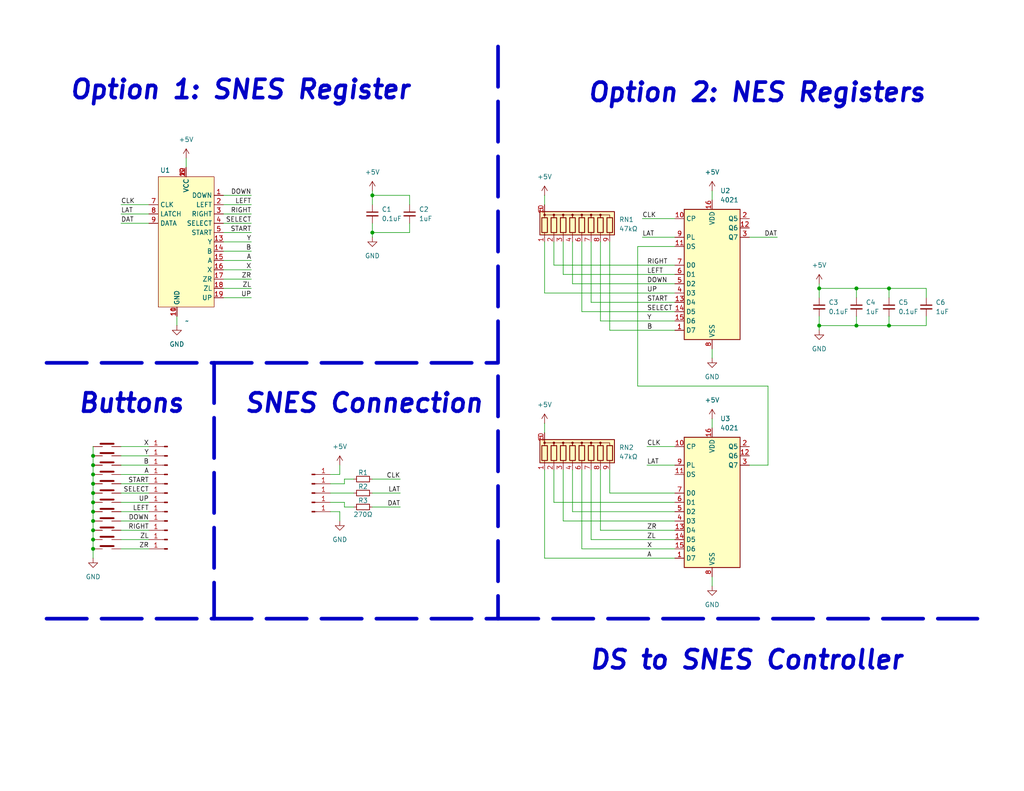
<source format=kicad_sch>
(kicad_sch (version 20231120) (generator "eeschema") (generator_version "8.0")
  (paper "USLetter")
  (title_block (title "DS to SNES Controller") (date "2024-08-15") (rev "v1.0"))
  (lib_symbols
    (symbol "4xxx:4021"
      (property "Reference" "U" (at -5.08 19.05 0))
      (property "Value" "4021" (at 3.81 19.05 0))
      (symbol "4021_0_1"
        (rectangle (start -7.62 17.78) (end 7.62 -17.78) (stroke (width 0.254)) (fill (type background)))
      )
      (symbol "4021_1_1"
        (pin input line (at -10.16 -15.24 0) (length 2.54) (name "D7") (number "1"))
        (pin input line (at -10.16 15.24 0) (length 2.54) (name "CP") (number "10"))
        (pin input line (at -10.16 7.62 0) (length 2.54) (name "DS") (number "11"))
        (pin output line (at 10.16 12.7 180) (length 2.54) (name "Q6") (number "12"))
        (pin input line (at -10.16 -7.62 0) (length 2.54) (name "D4") (number "13"))
        (pin input line (at -10.16 -10.16 0) (length 2.54) (name "D5") (number "14"))
        (pin input line (at -10.16 -12.7 0) (length 2.54) (name "D6") (number "15"))
        (pin power_in line (at 0 20.32 270) (length 2.54) (name "VDD") (number "16"))
        (pin output line (at 10.16 15.24 180) (length 2.54) (name "Q5") (number "2"))
        (pin output line (at 10.16 10.16 180) (length 2.54) (name "Q7") (number "3"))
        (pin input line (at -10.16 -5.08 0) (length 2.54) (name "D3") (number "4"))
        (pin input line (at -10.16 -2.54 0) (length 2.54) (name "D2") (number "5"))
        (pin input line (at -10.16 0 0) (length 2.54) (name "D1") (number "6"))
        (pin input line (at -10.16 2.54 0) (length 2.54) (name "D0") (number "7"))
        (pin power_in line (at 0 -20.32 90) (length 2.54) (name "VSS") (number "8"))
        (pin input line (at -10.16 10.16 0) (length 2.54) (name "PL") (number "9"))
      )
    )
    (symbol "C-NTR-CPU-10-eagle-import:BUTTON"
      (symbol "BUTTON_1_0"
        (polyline (pts (xy -1.778 0.762) (xy 1.778 0.762)) (stroke (width 0.508)))
        (pin bidirectional line (at -3.81 0 0) (length 2.54) (name "P$1") (number "1"))
        (pin bidirectional line (at 3.81 0 180) (length 2.54) (name "P$2") (number "2"))
        (pin bidirectional line (at 3.81 0 180) (length 2.54) (name "P$2") (number "3"))
        (pin bidirectional line (at -3.81 0 0) (length 2.54) (name "P$1") (number "4"))
      )
    )
    (symbol "C-NTR-CPU-10-eagle-import:BUTTON_LR"
      (symbol "BUTTON_LR_1_0"
        (polyline (pts (xy -1.778 0.762) (xy 1.778 0.762)) (stroke (width 0.508)))
        (pin bidirectional line (at -3.81 0 0) (length 2.54) (name "P$1") (number "1"))
        (pin bidirectional line (at 3.81 0 180) (length 2.54) (name "P$2") (number "2"))
      )
    )
    (symbol "C-NTR-CPU-10-eagle-import:BUTTON_SMALL"
      (symbol "BUTTON_SMALL_1_0"
        (polyline (pts (xy -1.778 0.762) (xy 1.778 0.762)) (stroke (width 0.508)))
        (pin bidirectional line (at -3.81 0 0) (length 2.54) (name "P$1") (number "1"))
        (pin bidirectional line (at 3.81 0 180) (length 2.54) (name "P$2") (number "2"))
        (pin bidirectional line (at 3.81 0 180) (length 2.54) (name "P$2") (number "3"))
        (pin bidirectional line (at -3.81 0 0) (length 2.54) (name "P$1") (number "4"))
      )
    )
    (symbol "Connector:Conn_01x01_Pin" (pin_names (offset 1.016) hide)
      (property "Reference" "J" (at 0 2.54 0))
      (property "Value" "Conn_01x01_Pin" (at 0 -2.54 0))
      (symbol "Conn_01x01_Pin_1_1"
        (polyline (pts (xy 1.27 0) (xy 0.8636 0)) (stroke (width 0.1524)))
        (rectangle (start 0.8636 0.127) (end 0 -0.127) (stroke (width 0.1524)) (fill (type outline)))
        (pin passive line (at 5.08 0 180) (length 3.81) (name "Pin_1") (number "1"))
      )
    )
    (symbol "Device:C_Small" (pin_numbers hide) (pin_names (offset 0.254) hide)
      (property "Reference" "C" (at 0.254 1.778 0))
      (property "Value" "C_Small" (at 0.254 -2.032 0))
      (symbol "C_Small_0_1"
        (polyline (pts (xy -1.524 -0.508) (xy 1.524 -0.508)) (stroke (width 0.3302)))
        (polyline (pts (xy -1.524 0.508) (xy 1.524 0.508)) (stroke (width 0.3048)))
      )
      (symbol "C_Small_1_1"
        (pin passive line (at 0 2.54 270) (length 2.032) (name "~") (number "1"))
        (pin passive line (at 0 -2.54 90) (length 2.032) (name "~") (number "2"))
      )
    )
    (symbol "Device:R_Small" (pin_numbers hide) (pin_names (offset 0.254) hide)
      (property "Reference" "R" (at 0.762 0.508 0))
      (property "Value" "R_Small" (at 0.762 -1.016 0))
      (symbol "R_Small_0_1"
        (rectangle (start -0.762 1.778) (end 0.762 -1.778) (stroke (width 0.2032)))
      )
      (symbol "R_Small_1_1"
        (pin passive line (at 0 2.54 270) (length 0.762) (name "~") (number "1"))
        (pin passive line (at 0 -2.54 90) (length 0.762) (name "~") (number "2"))
      )
    )
    (symbol "Laplacier-Shift-Registers:V520B-SNES"
      (property "Reference" "U" (at -6.858 15.24 0))
      (symbol "V520B-SNES_0_1"
        (rectangle (start -7.62 13.97) (end 7.62 -21.59) (fill (type background)))
      )
      (symbol "V520B-SNES_1_1"
        (pin output line (at 10.16 8.89 180) (length 2.54) (name "DOWN") (number "1"))
        (pin power_in line (at -2.54 -24.13 90) (length 2.54) (name "GND") (number "10"))
        (pin power_in line (at -2.54 -24.13 90) (length 2.54) (name "GND") (number "11"))
        (pin power_in line (at 0 16.51 270) (length 2.54) (name "VCC") (number "12"))
        (pin output line (at 10.16 -3.81 180) (length 2.54) (name "Y") (number "13"))
        (pin output line (at 10.16 -6.35 180) (length 2.54) (name "B") (number "14"))
        (pin output line (at 10.16 -8.89 180) (length 2.54) (name "A") (number "15"))
        (pin output line (at 10.16 -11.43 180) (length 2.54) (name "X") (number "16"))
        (pin output line (at 10.16 -13.97 180) (length 2.54) (name "ZR") (number "17"))
        (pin output line (at 10.16 -16.51 180) (length 2.54) (name "ZL") (number "18"))
        (pin output line (at 10.16 -19.05 180) (length 2.54) (name "UP") (number "19"))
        (pin output line (at 10.16 6.35 180) (length 2.54) (name "LEFT") (number "2"))
        (pin power_in line (at 0 16.51 270) (length 2.54) (name "VCC") (number "20"))
        (pin output line (at 10.16 3.81 180) (length 2.54) (name "RIGHT") (number "3"))
        (pin output line (at 10.16 1.27 180) (length 2.54) (name "SELECT") (number "4"))
        (pin output line (at 10.16 -1.27 180) (length 2.54) (name "START") (number "5"))
        (pin power_in line (at 0 16.51 270) (length 2.54) (name "VCC") (number "6"))
        (pin input line (at -10.16 6.35 0) (length 2.54) (name "CLK") (number "7"))
        (pin input line (at -10.16 3.81 0) (length 2.54) (name "LATCH") (number "8"))
        (pin input line (at -10.16 1.27 0) (length 2.54) (name "DATA") (number "9"))
      )
    )
    (symbol "R_Network08_1" (pin_names (offset 0) hide)
      (property "Reference" "RN1" (at 10.16 1.0161 0))
      (property "Value" "47kΩ" (at 10.16 -1.5239 0))
      (symbol "R_Network08_1_0_1"
        (rectangle (start -11.43 -3.175) (end 8.89 3.175) (stroke (width 0.254)) (fill (type background)))
        (rectangle (start -10.922 1.524) (end -9.398 -2.54) (stroke (width 0.254)))
        (circle (center -10.16 2.286) (radius 0.254) (fill (type outline)))
        (rectangle (start -8.382 1.524) (end -6.858 -2.54) (stroke (width 0.254)))
        (circle (center -7.62 2.286) (radius 0.254) (fill (type outline)))
        (rectangle (start -5.842 1.524) (end -4.318 -2.54) (stroke (width 0.254)))
        (circle (center -5.08 2.286) (radius 0.254) (fill (type outline)))
        (rectangle (start -3.302 1.524) (end -1.778 -2.54) (stroke (width 0.254)))
        (circle (center -2.54 2.286) (radius 0.254) (fill (type outline)))
        (rectangle (start -0.762 1.524) (end 0.762 -2.54) (stroke (width 0.254)))
        (polyline (pts (xy -10.16 -2.54) (xy -10.16 -3.81)))
        (polyline (pts (xy -7.62 -2.54) (xy -7.62 -3.81)))
        (polyline (pts (xy -5.08 -2.54) (xy -5.08 -3.81)))
        (polyline (pts (xy -2.54 -2.54) (xy -2.54 -3.81)))
        (polyline (pts (xy 0 -2.54) (xy 0 -3.81)))
        (polyline (pts (xy 2.54 -2.54) (xy 2.54 -3.81)))
        (polyline (pts (xy 5.08 -2.54) (xy 5.08 -3.81)))
        (polyline (pts (xy 7.62 -2.54) (xy 7.62 -3.81)))
        (polyline (pts (xy -10.16 1.524) (xy -10.16 2.286) (xy -7.62 2.286) (xy -7.62 1.524)))
        (polyline (pts (xy -7.62 1.524) (xy -7.62 2.286) (xy -5.08 2.286) (xy -5.08 1.524)))
        (polyline (pts (xy -5.08 1.524) (xy -5.08 2.286) (xy -2.54 2.286) (xy -2.54 1.524)))
        (polyline (pts (xy -2.54 1.524) (xy -2.54 2.286) (xy 0 2.286) (xy 0 1.524)))
        (polyline (pts (xy 0 1.524) (xy 0 2.286) (xy 2.54 2.286) (xy 2.54 1.524)))
        (polyline (pts (xy 2.54 1.524) (xy 2.54 2.286) (xy 5.08 2.286) (xy 5.08 1.524)))
        (polyline (pts (xy 5.08 1.524) (xy 5.08 2.286) (xy 7.62 2.286) (xy 7.62 1.524)))
        (circle (center 0 2.286) (radius 0.254) (fill (type outline)))
        (rectangle (start 1.778 1.524) (end 3.302 -2.54) (stroke (width 0.254)))
        (circle (center 2.54 2.286) (radius 0.254) (fill (type outline)))
        (rectangle (start 4.318 1.524) (end 5.842 -2.54) (stroke (width 0.254)))
        (circle (center 5.08 2.286) (radius 0.254) (fill (type outline)))
        (rectangle (start 6.858 1.524) (end 8.382 -2.54) (stroke (width 0.254)))
      )
      (symbol "R_Network08_1_1_1"
        (pin passive line (at -10.16 -5.08 90) (length 1.27) (name "R1") (number "1"))
        (pin passive line (at -10.16 5.08 270) (length 2.54) (name "common") (number "10"))
        (pin passive line (at -7.62 -5.08 90) (length 1.27) (name "R2") (number "2"))
        (pin passive line (at -5.08 -5.08 90) (length 1.27) (name "R3") (number "3"))
        (pin passive line (at -2.54 -5.08 90) (length 1.27) (name "R4") (number "4"))
        (pin passive line (at -10.16 5.08 270) (length 2.54) (name "common") (number "5"))
        (pin passive line (at 0 -5.08 90) (length 1.27) (name "R5") (number "6"))
        (pin passive line (at 2.54 -5.08 90) (length 1.27) (name "R6") (number "7"))
        (pin passive line (at 5.08 -5.08 90) (length 1.27) (name "R7") (number "8"))
        (pin passive line (at 7.62 -5.08 90) (length 1.27) (name "R8") (number "9"))
      )
    )
    (symbol "power:+5V" (power) (pin_numbers hide) (pin_names (offset 0) hide)
      (property "Value" "+5V" (at 0 3.556 0))
      (symbol "+5V_0_1"
        (polyline (pts (xy -0.762 1.27) (xy 0 2.54)))
        (polyline (pts (xy 0 0) (xy 0 2.54)))
        (polyline (pts (xy 0 2.54) (xy 0.762 1.27)))
      )
      (symbol "+5V_1_1"
        (pin power_in line (at 0 0 90) (length 0) (name "~") (number "1"))
      )
    )
    (symbol "power:GND" (power) (pin_numbers hide) (pin_names (offset 0) hide)
      (property "Value" "GND" (at 0 -3.81 0))
      (symbol "GND_0_1"
        (polyline (pts (xy 0 0) (xy 0 -1.27) (xy 1.27 -1.27) (xy 0 -2.54) (xy -1.27 -1.27) (xy 0 -1.27)))
      )
      (symbol "GND_1_1"
        (pin power_in line (at 0 0 270) (length 0) (name "~") (number "1"))
      )
    )
  )
  (junction (at 101.6 63.5))
  (junction (at 25.4 129.54))
  (junction (at 25.4 134.62))
  (junction (at 223.52 78.74))
  (junction (at 25.4 149.86))
  (junction (at 233.68 78.74))
  (junction (at 242.57 78.74))
  (junction (at 25.4 144.78))
  (junction (at 242.57 88.9))
  (junction (at 25.4 142.24))
  (junction (at 25.4 132.08))
  (junction (at 101.6 53.34))
  (junction (at 25.4 124.46))
  (junction (at 25.4 127))
  (junction (at 25.4 137.16))
  (junction (at 25.4 139.7))
  (junction (at 25.4 147.32))
  (junction (at 223.52 88.9))
  (junction (at 233.68 88.9))
  (wire (pts (xy 194.31 157.48) (xy 194.31 160.02)))
  (wire (pts (xy 25.4 132.08) (xy 25.4 129.54)) (stroke (width 0.1524)))
  (wire (pts (xy 60.96 76.2) (xy 68.58 76.2)))
  (wire (pts (xy 233.68 88.9) (xy 242.57 88.9)))
  (polyline (pts (xy 135.89 12.7) (xy 135.89 168.91)) (stroke (width 1) (type dash)))
  (wire (pts (xy 25.4 142.24) (xy 25.4 139.7)) (stroke (width 0.1524)))
  (wire (pts (xy 161.29 66.04) (xy 161.29 82.55)))
  (wire (pts (xy 151.13 128.27) (xy 151.13 137.16)))
  (wire (pts (xy 204.47 127) (xy 209.55 127)))
  (wire (pts (xy 60.96 73.66) (xy 68.58 73.66)))
  (wire (pts (xy 93.98 132.08) (xy 90.17 132.08)))
  (wire (pts (xy 101.6 63.5) (xy 101.6 64.77)))
  (wire (pts (xy 176.53 127) (xy 184.15 127)))
  (wire (pts (xy 184.15 149.86) (xy 158.75 149.86)))
  (wire (pts (xy 223.52 77.47) (xy 223.52 78.74)))
  (wire (pts (xy 242.57 86.36) (xy 242.57 88.9)))
  (wire (pts (xy 163.83 87.63) (xy 184.15 87.63)))
  (wire (pts (xy 153.67 74.93) (xy 184.15 74.93)))
  (wire (pts (xy 148.59 152.4) (xy 184.15 152.4)))
  (wire (pts (xy 111.76 55.88) (xy 111.76 53.34)))
  (wire (pts (xy 25.4 149.86) (xy 25.4 147.32)) (stroke (width 0.1524)))
  (wire (pts (xy 60.96 81.28) (xy 68.58 81.28)))
  (wire (pts (xy 33.02 129.54) (xy 40.64 129.54)))
  (wire (pts (xy 60.96 58.42) (xy 68.58 58.42)))
  (wire (pts (xy 173.99 105.41) (xy 173.99 67.31)))
  (polyline (pts (xy 12.7 99.06) (xy 135.89 99.06)) (stroke (width 1) (type dash)))
  (wire (pts (xy 60.96 71.12) (xy 68.58 71.12)))
  (wire (pts (xy 184.15 144.78) (xy 163.83 144.78)))
  (wire (pts (xy 166.37 128.27) (xy 166.37 134.62)))
  (wire (pts (xy 96.52 130.81) (xy 93.98 130.81)))
  (wire (pts (xy 90.17 134.62) (xy 96.52 134.62)))
  (wire (pts (xy 252.73 86.36) (xy 252.73 88.9)))
  (wire (pts (xy 166.37 90.17) (xy 184.15 90.17)))
  (wire (pts (xy 194.31 52.07) (xy 194.31 54.61)))
  (wire (pts (xy 101.6 134.62) (xy 109.22 134.62)))
  (wire (pts (xy 101.6 130.81) (xy 109.22 130.81)))
  (wire (pts (xy 60.96 55.88) (xy 68.58 55.88)))
  (wire (pts (xy 163.83 66.04) (xy 163.83 87.63)))
  (wire (pts (xy 33.02 55.88) (xy 40.64 55.88)))
  (wire (pts (xy 33.02 132.08) (xy 40.64 132.08)))
  (wire (pts (xy 156.21 128.27) (xy 156.21 139.7)))
  (wire (pts (xy 184.15 147.32) (xy 161.29 147.32)))
  (wire (pts (xy 25.4 134.62) (xy 25.4 132.08)) (stroke (width 0.1524)))
  (wire (pts (xy 25.4 149.86) (xy 25.4 152.4)))
  (wire (pts (xy 184.15 80.01) (xy 148.59 80.01)))
  (wire (pts (xy 175.26 59.69) (xy 184.15 59.69)))
  (wire (pts (xy 148.59 53.34) (xy 148.59 55.88)))
  (wire (pts (xy 194.31 114.3) (xy 194.31 116.84)))
  (wire (pts (xy 33.02 60.96) (xy 40.64 60.96)))
  (wire (pts (xy 60.96 68.58) (xy 68.58 68.58)))
  (wire (pts (xy 158.75 85.09) (xy 184.15 85.09)))
  (wire (pts (xy 25.4 147.32) (xy 25.4 144.78)) (stroke (width 0.1524)))
  (wire (pts (xy 93.98 130.81) (xy 93.98 132.08)))
  (wire (pts (xy 90.17 139.7) (xy 92.71 139.7)))
  (wire (pts (xy 173.99 67.31) (xy 184.15 67.31)))
  (wire (pts (xy 223.52 78.74) (xy 223.52 81.28)))
  (wire (pts (xy 25.4 139.7) (xy 25.4 137.16)) (stroke (width 0.1524)))
  (wire (pts (xy 153.67 66.04) (xy 153.67 74.93)))
  (wire (pts (xy 50.8 43.18) (xy 50.8 45.72)))
  (wire (pts (xy 92.71 139.7) (xy 92.71 142.24)))
  (wire (pts (xy 151.13 137.16) (xy 184.15 137.16)))
  (wire (pts (xy 176.53 121.92) (xy 184.15 121.92)))
  (wire (pts (xy 184.15 142.24) (xy 153.67 142.24)))
  (wire (pts (xy 101.6 60.96) (xy 101.6 63.5)))
  (polyline (pts (xy 12.7 168.91) (xy 135.89 168.91)) (stroke (width 1) (type dash)))
  (wire (pts (xy 101.6 53.34) (xy 101.6 55.88)))
  (wire (pts (xy 252.73 88.9) (xy 242.57 88.9)))
  (wire (pts (xy 111.76 60.96) (xy 111.76 63.5)))
  (wire (pts (xy 33.02 149.86) (xy 40.64 149.86)))
  (wire (pts (xy 194.31 95.25) (xy 194.31 97.79)))
  (wire (pts (xy 33.02 137.16) (xy 40.64 137.16)))
  (wire (pts (xy 252.73 81.28) (xy 252.73 78.74)))
  (wire (pts (xy 25.4 124.46) (xy 25.4 121.92)) (stroke (width 0.1524)))
  (wire (pts (xy 101.6 52.07) (xy 101.6 53.34)))
  (wire (pts (xy 25.4 127) (xy 25.4 124.46)) (stroke (width 0.1524)))
  (wire (pts (xy 158.75 85.09) (xy 158.75 66.04)))
  (wire (pts (xy 25.4 129.54) (xy 25.4 127)) (stroke (width 0.1524)))
  (wire (pts (xy 233.68 78.74) (xy 223.52 78.74)))
  (wire (pts (xy 161.29 82.55) (xy 184.15 82.55)))
  (wire (pts (xy 223.52 88.9) (xy 223.52 90.17)))
  (wire (pts (xy 92.71 127) (xy 92.71 129.54)))
  (wire (pts (xy 93.98 138.43) (xy 93.98 137.16)))
  (wire (pts (xy 166.37 134.62) (xy 184.15 134.62)))
  (wire (pts (xy 233.68 88.9) (xy 223.52 88.9)))
  (wire (pts (xy 33.02 147.32) (xy 40.64 147.32)))
  (polyline (pts (xy 58.42 99.06) (xy 58.42 168.91)) (stroke (width 1) (type dash)))
  (wire (pts (xy 156.21 66.04) (xy 156.21 77.47)))
  (wire (pts (xy 163.83 128.27) (xy 163.83 144.78)))
  (wire (pts (xy 156.21 139.7) (xy 184.15 139.7)))
  (wire (pts (xy 96.52 138.43) (xy 93.98 138.43)))
  (wire (pts (xy 33.02 134.62) (xy 40.64 134.62)))
  (wire (pts (xy 175.26 64.77) (xy 184.15 64.77)))
  (wire (pts (xy 33.02 127) (xy 40.64 127)))
  (wire (pts (xy 92.71 129.54) (xy 90.17 129.54)))
  (wire (pts (xy 204.47 64.77) (xy 212.09 64.77)))
  (wire (pts (xy 60.96 53.34) (xy 68.58 53.34)))
  (wire (pts (xy 25.4 137.16) (xy 25.4 134.62)) (stroke (width 0.1524)))
  (wire (pts (xy 233.68 78.74) (xy 242.57 78.74)))
  (wire (pts (xy 111.76 63.5) (xy 101.6 63.5)))
  (wire (pts (xy 33.02 58.42) (xy 40.64 58.42)))
  (polyline (pts (xy 135.89 168.91) (xy 266.7 168.91)) (stroke (width 1) (type dash)))
  (wire (pts (xy 242.57 78.74) (xy 242.57 81.28)))
  (wire (pts (xy 93.98 137.16) (xy 90.17 137.16)))
  (wire (pts (xy 60.96 60.96) (xy 68.58 60.96)))
  (wire (pts (xy 233.68 86.36) (xy 233.68 88.9)))
  (wire (pts (xy 25.4 144.78) (xy 25.4 142.24)) (stroke (width 0.1524)))
  (wire (pts (xy 252.73 78.74) (xy 242.57 78.74)))
  (wire (pts (xy 101.6 138.43) (xy 109.22 138.43)))
  (wire (pts (xy 148.59 128.27) (xy 148.59 152.4)))
  (wire (pts (xy 148.59 115.57) (xy 148.59 118.11)))
  (wire (pts (xy 153.67 128.27) (xy 153.67 142.24)))
  (wire (pts (xy 223.52 86.36) (xy 223.52 88.9)))
  (wire (pts (xy 158.75 128.27) (xy 158.75 149.86)))
  (wire (pts (xy 48.26 86.36) (xy 48.26 88.9)))
  (wire (pts (xy 33.02 142.24) (xy 40.64 142.24)))
  (wire (pts (xy 161.29 128.27) (xy 161.29 147.32)))
  (wire (pts (xy 111.76 53.34) (xy 101.6 53.34)))
  (wire (pts (xy 233.68 81.28) (xy 233.68 78.74)))
  (wire (pts (xy 33.02 124.46) (xy 40.64 124.46)))
  (wire (pts (xy 156.21 77.47) (xy 184.15 77.47)))
  (wire (pts (xy 60.96 63.5) (xy 68.58 63.5)))
  (wire (pts (xy 166.37 66.04) (xy 166.37 90.17)))
  (wire (pts (xy 33.02 121.92) (xy 40.64 121.92)))
  (wire (pts (xy 151.13 72.39) (xy 184.15 72.39)))
  (wire (pts (xy 33.02 144.78) (xy 40.64 144.78)))
  (wire (pts (xy 148.59 80.01) (xy 148.59 66.04)))
  (wire (pts (xy 60.96 78.74) (xy 68.58 78.74)))
  (wire (pts (xy 151.13 72.39) (xy 151.13 66.04)))
  (wire (pts (xy 60.96 66.04) (xy 68.58 66.04)))
  (wire (pts (xy 209.55 105.41) (xy 173.99 105.41)))
  (wire (pts (xy 33.02 139.7) (xy 40.64 139.7)))
  (wire (pts (xy 209.55 127) (xy 209.55 105.41)))
  (text "Option 1: SNES Register" (at 65.532 24.638 0) (effects (font (size 5 5) (thickness 1) (bold yes) (italic yes))))
  (text "Option 2: NES Registers" (at 206.502 25.4 0) (effects (font (size 5 5) (thickness 1) (bold yes) (italic yes))))
  (text "Buttons" (at 35.814 110.236 0) (effects (font (size 5 5) (thickness 1) (bold yes) (italic yes))))
  (text "DS to SNES Controller" (at 160.528 180.34 0) (effects (font (size 5 5) (thickness 1) (bold yes) (italic yes)) (justify left)))
  (text "SNES Connection" (at 99.314 110.236 0) (effects (font (size 5 5) (thickness 1) (bold yes) (italic yes))))
  (label "DOWN" (at 68.58 53.34 180))
  (label "Y" (at 40.64 124.46 180))
  (label "START" (at 176.53 82.55 0))
  (label "DOWN" (at 40.64 142.24 180))
  (label "B" (at 68.58 68.58 180))
  (label "X" (at 176.53 149.86 0))
  (label "B" (at 40.64 127 180))
  (label "UP" (at 40.64 137.16 180))
  (label "DOWN" (at 176.53 77.47 0))
  (label "LAT" (at 109.22 134.62 180))
  (label "RIGHT" (at 40.64 144.78 180))
  (label "DAT" (at 33.02 60.96 0))
  (label "Y" (at 68.58 66.04 180))
  (label "UP" (at 176.53 80.01 0))
  (label "ZR" (at 40.64 149.86 180))
  (label "UP" (at 68.58 81.28 180))
  (label "LAT" (at 33.02 58.42 0))
  (label "LAT" (at 175.26 64.77 0))
  (label "ZL" (at 68.58 78.74 180))
  (label "LAT" (at 176.53 127 0))
  (label "ZR" (at 176.53 144.78 0))
  (label "ZL" (at 40.64 147.32 180))
  (label "SELECT" (at 68.58 60.96 180))
  (label "A" (at 40.64 129.54 180))
  (label "X" (at 68.58 73.66 180))
  (label "A" (at 176.53 152.4 0))
  (label "SELECT" (at 40.64 134.62 180))
  (label "A" (at 68.58 71.12 180))
  (label "CLK" (at 33.02 55.88 0))
  (label "RIGHT" (at 68.58 58.42 180))
  (label "X" (at 40.64 121.92 180))
  (label "DAT" (at 109.22 138.43 180))
  (label "START" (at 40.64 132.08 180))
  (label "Y" (at 176.53 87.63 0))
  (label "ZL" (at 176.53 147.32 0))
  (label "LEFT" (at 176.53 74.93 0))
  (label "DAT" (at 212.09 64.77 180))
  (label "B" (at 176.53 90.17 0))
  (label "CLK" (at 175.26 59.69 0))
  (label "START" (at 68.58 63.5 180))
  (label "CLK" (at 109.22 130.81 180))
  (label "RIGHT" (at 176.53 72.39 0))
  (label "SELECT" (at 176.53 85.09 0))
  (label "CLK" (at 176.53 121.92 0))
  (label "LEFT" (at 40.64 139.7 180))
  (label "ZR" (at 68.58 76.2 180))
  (label "LEFT" (at 68.58 55.88 180))
  (symbol (lib_id "power:+5V") (at 148.59 115.57 0) (unit 1)
    (property "Reference" "#PWR06" (effects (hide yes)))
    (property "Value" "+5V" (at 148.59 110.49 0))
    (property "Description" "Power symbol creates a global label with name \"+5V\"" (effects (hide yes)))
  )
  (symbol (lib_id "C-NTR-CPU-10-eagle-import:BUTTON") (at 29.21 142.24 0) (unit 1)
    (property "Reference" "BUT_DN1" (effects (hide yes)))
    (property "Value" "BUTTON" (effects (hide yes)))
    (property "Footprint" "C-NTR-CPU-10:BUTTON" (effects (hide yes)))
  )
  (symbol (lib_id "C-NTR-CPU-10-eagle-import:BUTTON") (at 29.21 139.7 0) (unit 1)
    (property "Reference" "BUT_LF1" (effects (hide yes)))
    (property "Value" "BUTTON" (effects (hide yes)))
    (property "Footprint" "C-NTR-CPU-10:BUTTON" (effects (hide yes)))
  )
  (symbol (lib_id "power:GND") (at 194.31 97.79 0) (unit 1)
    (property "Reference" "#PWR011" (effects (hide yes)))
    (property "Value" "GND" (at 194.31 102.87 0))
    (property "Description" "Power symbol creates a global label with name \"GND\" , ground" (effects (hide yes)))
  )
  (symbol (lib_id "Device:C_Small") (at 223.52 83.82 0) (unit 1)
    (property "Reference" "C3" (at 226.06 82.5562 0) (effects (justify left)))
    (property "Value" "0.1uF" (at 226.06 85.0962 0) (effects (justify left)))
    (property "Footprint" "Capacitor_SMD:C_0603_1608Metric_Pad1.08x0.95mm_HandSolder" (effects (hide yes)))
    (property "Datasheet" "https://www.yageo.com/upload/media/product/productsearch/datasheet/mlcc/UPY-GPHC_X7R_6.3V-to-250V_24.pdf" (effects (hide yes)))
    (property "Description" "Unpolarized capacitor, small symbol" (effects (hide yes)))
    (property "Part No" "CC0603KRX7R7BB104" (effects (hide yes)))
  )
  (symbol (lib_id "Connector:Conn_01x01_Pin") (at 45.72 127 180) (unit 1)
    (property "Reference" "B1" (effects (hide yes)))
    (property "Value" "Conn_01x01_Pin" (effects (hide yes)))
    (property "Footprint" "Connector_PinHeader_2.54mm:PinHeader_1x01_P2.54mm_Vertical" (effects (hide yes)))
    (property "Description" "Generic connector, single row, 01x01, script generated" (effects (hide yes)))
  )
  (symbol (lib_id "Connector:Conn_01x01_Pin") (at 45.72 134.62 180) (unit 1)
    (property "Reference" "SELECT1" (effects (hide yes)))
    (property "Value" "Conn_01x01_Pin" (effects (hide yes)))
    (property "Footprint" "Connector_PinHeader_2.54mm:PinHeader_1x01_P2.54mm_Vertical" (effects (hide yes)))
    (property "Description" "Generic connector, single row, 01x01, script generated" (effects (hide yes)))
  )
  (symbol (lib_id "Connector:Conn_01x01_Pin") (at 85.09 129.54 0) (unit 1)
    (property "Reference" "J1" (effects (hide yes)))
    (property "Value" "Conn_01x01_Pin" (effects (hide yes)))
    (property "Footprint" "Connector_PinHeader_2.54mm:PinHeader_1x01_P2.54mm_Vertical" (effects (hide yes)))
    (property "Description" "Generic connector, single row, 01x01, script generated" (effects (hide yes)))
  )
  (symbol (lib_id "Connector:Conn_01x01_Pin") (at 45.72 142.24 180) (unit 1)
    (property "Reference" "DOWN1" (effects (hide yes)))
    (property "Value" "Conn_01x01_Pin" (effects (hide yes)))
    (property "Footprint" "Connector_PinHeader_2.54mm:PinHeader_1x01_P2.54mm_Vertical" (effects (hide yes)))
    (property "Description" "Generic connector, single row, 01x01, script generated" (effects (hide yes)))
  )
  (symbol (lib_id "Device:C_Small") (at 111.76 58.42 0) (unit 1)
    (property "Reference" "C2" (at 114.3 57.1562 0) (effects (justify left)))
    (property "Value" "1uF" (at 114.3 59.6962 0) (effects (justify left)))
    (property "Footprint" "Capacitor_SMD:C_0603_1608Metric_Pad1.08x0.95mm_HandSolder" (effects (hide yes)))
    (property "Datasheet" "https://www.yageo.com/upload/media/product/productsearch/datasheet/mlcc/UPY-GPHC_X7R_6.3V-to-250V_24.pdf" (effects (hide yes)))
    (property "Description" "Unpolarized capacitor, small symbol" (effects (hide yes)))
    (property "Part No" "CC0603KRX7R7BB105" (effects (hide yes)))
  )
  (symbol (lib_id "Connector:Conn_01x01_Pin") (at 45.72 124.46 180) (unit 1)
    (property "Reference" "Y1" (effects (hide yes)))
    (property "Value" "Conn_01x01_Pin" (effects (hide yes)))
    (property "Footprint" "Connector_PinHeader_2.54mm:PinHeader_1x01_P2.54mm_Vertical" (effects (hide yes)))
    (property "Description" "Generic connector, single row, 01x01, script generated" (effects (hide yes)))
  )
  (symbol (lib_id "C-NTR-CPU-10-eagle-import:BUTTON") (at 29.21 129.54 0) (unit 1)
    (property "Reference" "BUT_A1" (effects (hide yes)))
    (property "Value" "BUTTON" (effects (hide yes)))
    (property "Footprint" "C-NTR-CPU-10:BUTTON" (effects (hide yes)))
  )
  (symbol (lib_id "Connector:Conn_01x01_Pin") (at 45.72 121.92 180) (unit 1)
    (property "Reference" "X1" (effects (hide yes)))
    (property "Value" "Conn_01x01_Pin" (effects (hide yes)))
    (property "Footprint" "Connector_PinHeader_2.54mm:PinHeader_1x01_P2.54mm_Vertical" (effects (hide yes)))
    (property "Description" "Generic connector, single row, 01x01, script generated" (effects (hide yes)))
  )
  (symbol (lib_id "Device:C_Small") (at 242.57 83.82 0) (unit 1)
    (property "Reference" "C5" (at 245.11 82.5562 0) (effects (justify left)))
    (property "Value" "0.1uF" (at 245.11 85.0962 0) (effects (justify left)))
    (property "Footprint" "Capacitor_SMD:C_0603_1608Metric_Pad1.08x0.95mm_HandSolder" (effects (hide yes)))
    (property "Datasheet" "https://www.yageo.com/upload/media/product/productsearch/datasheet/mlcc/UPY-GPHC_X7R_6.3V-to-250V_24.pdf" (effects (hide yes)))
    (property "Description" "Unpolarized capacitor, small symbol" (effects (hide yes)))
    (property "Part No" "CC0603KRX7R7BB104" (effects (hide yes)))
  )
  (symbol (lib_id "power:+5V") (at 92.71 127 0) (unit 1)
    (property "Reference" "#PWR02" (effects (hide yes)))
    (property "Value" "+5V" (at 92.71 121.92 0))
    (property "Description" "Power symbol creates a global label with name \"+5V\"" (effects (hide yes)))
  )
  (symbol (lib_id "power:GND") (at 223.52 90.17 0) (unit 1)
    (property "Reference" "#PWR015" (effects (hide yes)))
    (property "Value" "GND" (at 223.52 95.25 0))
    (property "Description" "Power symbol creates a global label with name \"GND\" , ground" (effects (hide yes)))
  )
  (symbol (lib_id "4xxx:4021") (at 194.31 74.93 0) (unit 1)
    (property "Reference" "U2" (at 196.5041 52.07 0) (effects (justify left)))
    (property "Value" "4021" (at 196.5041 54.61 0) (effects (justify left)))
    (property "Footprint" "Package_DIP:DIP-16_W7.62mm" (effects (hide yes)))
    (property "Datasheet" "https://assets.nexperia.com/documents/data-sheet/HEF4021B.pdf" (effects (hide yes)))
    (property "Description" "8-bit static shift register" (effects (hide yes)))
  )
  (symbol (lib_id "power:+5V") (at 194.31 52.07 0) (unit 1)
    (property "Reference" "#PWR09" (effects (hide yes)))
    (property "Value" "+5V" (at 194.31 46.99 0))
    (property "Description" "Power symbol creates a global label with name \"+5V\"" (effects (hide yes)))
  )
  (symbol (lib_id "Device:R_Small") (at 99.06 134.62 90) (unit 1)
    (property "Reference" "R2" (at 99.06 132.842 90))
    (property "Value" "270Ω" (effects (hide yes)))
    (property "Footprint" "Resistor_SMD:R_0603_1608Metric_Pad0.98x0.95mm_HandSolder" (effects (hide yes)))
    (property "Datasheet" "https://www.seielect.com/catalog/sei-rmcf_rmcp.pdf" (effects (hide yes)))
    (property "Description" "270 Ohms ±1% 0.1W, 1/10W Chip Resistor 0603 (1608 Metric) Automotive AEC-Q200 Thick Film" (effects (hide yes)))
    (property "Part No" "RMCF0603FT270R" (effects (hide yes)))
  )
  (symbol (lib_id "Laplacier-Shift-Registers:V520B-SNES") (at 50.8 62.23 0) (unit 1)
    (property "Reference" "U1" (at 43.688 46.482 0) (effects (justify left)))
    (property "Value" "~" (at 50.4541 87.63 0) (effects (justify left)))
    (property "Footprint" "footprints:V520B-SNES" (effects (hide yes)))
  )
  (symbol (lib_id "C-NTR-CPU-10-eagle-import:BUTTON_LR") (at 29.21 147.32 0) (mirror y) (unit 1)
    (property "Reference" "BUT_R1" (effects (hide yes)))
    (property "Value" "BUTTON_LR" (effects (hide yes)))
    (property "Footprint" "C-NTR-CPU-10:BUTTON_LR" (effects (hide yes)))
  )
  (symbol (lib_id "power:GND") (at 92.71 142.24 0) (unit 1)
    (property "Reference" "#PWR03" (effects (hide yes)))
    (property "Value" "GND" (at 92.71 147.32 0))
    (property "Description" "Power symbol creates a global label with name \"GND\" , ground" (effects (hide yes)))
  )
  (symbol (lib_id "C-NTR-CPU-10-eagle-import:BUTTON_LR") (at 29.21 149.86 0) (mirror y) (unit 1)
    (property "Reference" "BUT_L1" (effects (hide yes)))
    (property "Value" "BUTTON_LR" (effects (hide yes)))
    (property "Footprint" "C-NTR-CPU-10:BUTTON_LR" (effects (hide yes)))
  )
  (symbol (lib_id "Connector:Conn_01x01_Pin") (at 45.72 147.32 180) (unit 1)
    (property "Reference" "ZL1" (effects (hide yes)))
    (property "Value" "Conn_01x01_Pin" (effects (hide yes)))
    (property "Footprint" "Connector_PinHeader_2.54mm:PinHeader_1x01_P2.54mm_Vertical" (effects (hide yes)))
    (property "Description" "Generic connector, single row, 01x01, script generated" (effects (hide yes)))
  )
  (symbol (lib_id "power:+5V") (at 101.6 52.07 0) (unit 1)
    (property "Reference" "#PWR012" (effects (hide yes)))
    (property "Value" "+5V" (at 101.6 46.99 0))
    (property "Description" "Power symbol creates a global label with name \"+5V\"" (effects (hide yes)))
  )
  (symbol (lib_id "Connector:Conn_01x01_Pin") (at 85.09 137.16 0) (unit 1)
    (property "Reference" "J4" (effects (hide yes)))
    (property "Value" "Conn_01x01_Pin" (effects (hide yes)))
    (property "Footprint" "Connector_PinHeader_2.54mm:PinHeader_1x01_P2.54mm_Vertical" (effects (hide yes)))
    (property "Description" "Generic connector, single row, 01x01, script generated" (effects (hide yes)))
  )
  (symbol (lib_id "C-NTR-CPU-10-eagle-import:BUTTON") (at 29.21 121.92 0) (unit 1)
    (property "Reference" "BUT_X1" (effects (hide yes)))
    (property "Value" "BUTTON" (effects (hide yes)))
    (property "Footprint" "C-NTR-CPU-10:BUTTON" (effects (hide yes)))
  )
  (symbol (lib_name "R_Network08_1") (lib_id "Device:R_Network08") (at 158.75 60.96 0) (unit 1)
    (property "Reference" "RN1" (at 168.91 59.9439 0) (effects (justify left)))
    (property "Value" "47kΩ" (at 168.91 62.4839 0) (effects (justify left)))
    (property "Footprint" "Resistor_SMD:R_Array_Convex_5x1206" (effects (hide yes)))
    (property "Datasheet" "https://www.yageo.com/upload/media/product/app/datasheet/rchip/pyu-yc_tc_group_51_rohs_l.pdf" (effects (hide yes)))
    (property "Description" "8 resistor network, star topology, bussed resistors, small symbol" (effects (hide yes)))
    (property "Part No" "YC158TJR-0747KL" (effects (hide yes)))
  )
  (symbol (lib_id "power:GND") (at 25.4 152.4 0) (unit 1)
    (property "Reference" "#PWR05" (effects (hide yes)))
    (property "Value" "GND" (at 25.4 157.48 0))
    (property "Description" "Power symbol creates a global label with name \"GND\" , ground" (effects (hide yes)))
  )
  (symbol (lib_id "Device:R_Small") (at 99.06 130.81 90) (unit 1)
    (property "Reference" "R1" (at 99.06 129.032 90))
    (property "Value" "270Ω" (effects (hide yes)))
    (property "Footprint" "Resistor_SMD:R_0603_1608Metric_Pad0.98x0.95mm_HandSolder" (effects (hide yes)))
    (property "Datasheet" "https://www.seielect.com/catalog/sei-rmcf_rmcp.pdf" (effects (hide yes)))
    (property "Description" "270 Ohms ±1% 0.1W, 1/10W Chip Resistor 0603 (1608 Metric) Automotive AEC-Q200 Thick Film" (effects (hide yes)))
    (property "Part No" "RMCF0603FT270R" (effects (hide yes)))
  )
  (symbol (lib_id "C-NTR-CPU-10-eagle-import:BUTTON") (at 29.21 144.78 0) (unit 1)
    (property "Reference" "BUT_RG1" (effects (hide yes)))
    (property "Value" "BUTTON" (effects (hide yes)))
    (property "Footprint" "C-NTR-CPU-10:BUTTON" (effects (hide yes)))
  )
  (symbol (lib_id "Device:C_Small") (at 252.73 83.82 0) (unit 1)
    (property "Reference" "C6" (at 255.27 82.5562 0) (effects (justify left)))
    (property "Value" "1uF" (at 255.27 85.0962 0) (effects (justify left)))
    (property "Footprint" "Capacitor_SMD:C_0603_1608Metric_Pad1.08x0.95mm_HandSolder" (effects (hide yes)))
    (property "Datasheet" "https://www.yageo.com/upload/media/product/productsearch/datasheet/mlcc/UPY-GPHC_X7R_6.3V-to-250V_24.pdf" (effects (hide yes)))
    (property "Description" "Unpolarized capacitor, small symbol" (effects (hide yes)))
    (property "Part No" "CC0603KRX7R7BB105" (effects (hide yes)))
  )
  (symbol (lib_id "Connector:Conn_01x01_Pin") (at 45.72 137.16 180) (unit 1)
    (property "Reference" "UP1" (effects (hide yes)))
    (property "Value" "Conn_01x01_Pin" (effects (hide yes)))
    (property "Footprint" "Connector_PinHeader_2.54mm:PinHeader_1x01_P2.54mm_Vertical" (effects (hide yes)))
    (property "Description" "Generic connector, single row, 01x01, script generated" (effects (hide yes)))
  )
  (symbol (lib_id "C-NTR-CPU-10-eagle-import:BUTTON") (at 29.21 127 0) (unit 1)
    (property "Reference" "BUT_B1" (effects (hide yes)))
    (property "Value" "BUTTON" (effects (hide yes)))
    (property "Footprint" "C-NTR-CPU-10:BUTTON" (effects (hide yes)))
  )
  (symbol (lib_id "power:GND") (at 48.26 88.9 0) (unit 1)
    (property "Reference" "#PWR04" (effects (hide yes)))
    (property "Value" "GND" (at 48.26 93.98 0))
    (property "Description" "Power symbol creates a global label with name \"GND\" , ground" (effects (hide yes)))
  )
  (symbol (lib_id "C-NTR-CPU-10-eagle-import:BUTTON_SMALL") (at 29.21 132.08 0) (unit 1)
    (property "Reference" "BUT_ST1" (effects (hide yes)))
    (property "Value" "BUTTON_SMALL" (effects (hide yes)))
    (property "Footprint" "C-NTR-CPU-10:BUTTON_SMALL" (effects (hide yes)))
  )
  (symbol (lib_id "Connector:Conn_01x01_Pin") (at 85.09 132.08 0) (unit 1)
    (property "Reference" "J2" (effects (hide yes)))
    (property "Value" "Conn_01x01_Pin" (effects (hide yes)))
    (property "Footprint" "Connector_PinHeader_2.54mm:PinHeader_1x01_P2.54mm_Vertical" (effects (hide yes)))
    (property "Description" "Generic connector, single row, 01x01, script generated" (effects (hide yes)))
  )
  (symbol (lib_id "Connector:Conn_01x01_Pin") (at 85.09 134.62 0) (unit 1)
    (property "Reference" "J3" (effects (hide yes)))
    (property "Value" "Conn_01x01_Pin" (effects (hide yes)))
    (property "Footprint" "Connector_PinHeader_2.54mm:PinHeader_1x01_P2.54mm_Vertical" (effects (hide yes)))
    (property "Description" "Generic connector, single row, 01x01, script generated" (effects (hide yes)))
  )
  (symbol (lib_id "Connector:Conn_01x01_Pin") (at 45.72 139.7 180) (unit 1)
    (property "Reference" "LEFT1" (effects (hide yes)))
    (property "Value" "Conn_01x01_Pin" (effects (hide yes)))
    (property "Footprint" "Connector_PinHeader_2.54mm:PinHeader_1x01_P2.54mm_Vertical" (effects (hide yes)))
    (property "Description" "Generic connector, single row, 01x01, script generated" (effects (hide yes)))
  )
  (symbol (lib_id "Connector:Conn_01x01_Pin") (at 85.09 139.7 0) (unit 1)
    (property "Reference" "J5" (effects (hide yes)))
    (property "Value" "Conn_01x01_Pin" (effects (hide yes)))
    (property "Footprint" "Connector_PinHeader_2.54mm:PinHeader_1x01_P2.54mm_Vertical" (effects (hide yes)))
    (property "Description" "Generic connector, single row, 01x01, script generated" (effects (hide yes)))
  )
  (symbol (lib_id "Connector:Conn_01x01_Pin") (at 45.72 144.78 180) (unit 1)
    (property "Reference" "RIGHT1" (effects (hide yes)))
    (property "Value" "Conn_01x01_Pin" (effects (hide yes)))
    (property "Footprint" "Connector_PinHeader_2.54mm:PinHeader_1x01_P2.54mm_Vertical" (effects (hide yes)))
    (property "Description" "Generic connector, single row, 01x01, script generated" (effects (hide yes)))
  )
  (symbol (lib_id "power:GND") (at 194.31 160.02 0) (unit 1)
    (property "Reference" "#PWR010" (effects (hide yes)))
    (property "Value" "GND" (at 194.31 165.1 0))
    (property "Description" "Power symbol creates a global label with name \"GND\" , ground" (effects (hide yes)))
  )
  (symbol (lib_id "4xxx:4021") (at 194.31 137.16 0) (unit 1)
    (property "Reference" "U3" (at 196.5041 114.3 0) (effects (justify left)))
    (property "Value" "4021" (at 196.5041 116.84 0) (effects (justify left)))
    (property "Footprint" "Package_DIP:DIP-16_W7.62mm" (effects (hide yes)))
    (property "Datasheet" "https://assets.nexperia.com/documents/data-sheet/HEF4021B.pdf" (effects (hide yes)))
    (property "Description" "8-bit static shift register" (effects (hide yes)))
  )
  (symbol (lib_name "R_Network08_1") (lib_id "Device:R_Network08") (at 158.75 123.19 0) (unit 1)
    (property "Reference" "RN2" (at 168.91 122.1739 0) (effects (justify left)))
    (property "Value" "47kΩ" (at 168.91 124.7139 0) (effects (justify left)))
    (property "Footprint" "Resistor_SMD:R_Array_Convex_5x1206" (effects (hide yes)))
    (property "Datasheet" "https://www.yageo.com/upload/media/product/app/datasheet/rchip/pyu-yc_tc_group_51_rohs_l.pdf" (effects (hide yes)))
    (property "Description" "8 resistor network, star topology, bussed resistors, small symbol" (effects (hide yes)))
    (property "Part No" "YC158TJR-0747KL" (effects (hide yes)))
  )
  (symbol (lib_id "power:+5V") (at 194.31 114.3 0) (unit 1)
    (property "Reference" "#PWR08" (effects (hide yes)))
    (property "Value" "+5V" (at 194.31 109.22 0))
    (property "Description" "Power symbol creates a global label with name \"+5V\"" (effects (hide yes)))
  )
  (symbol (lib_id "Connector:Conn_01x01_Pin") (at 45.72 132.08 180) (unit 1)
    (property "Reference" "START1" (effects (hide yes)))
    (property "Value" "Conn_01x01_Pin" (effects (hide yes)))
    (property "Footprint" "Connector_PinHeader_2.54mm:PinHeader_1x01_P2.54mm_Vertical" (effects (hide yes)))
    (property "Description" "Generic connector, single row, 01x01, script generated" (effects (hide yes)))
  )
  (symbol (lib_id "power:+5V") (at 223.52 77.47 0) (unit 1)
    (property "Reference" "#PWR014" (effects (hide yes)))
    (property "Value" "+5V" (at 223.52 72.39 0))
    (property "Description" "Power symbol creates a global label with name \"+5V\"" (effects (hide yes)))
  )
  (symbol (lib_id "C-NTR-CPU-10-eagle-import:BUTTON") (at 29.21 124.46 0) (unit 1)
    (property "Reference" "BUT_Y1" (effects (hide yes)))
    (property "Value" "BUTTON" (effects (hide yes)))
    (property "Footprint" "C-NTR-CPU-10:BUTTON" (effects (hide yes)))
  )
  (symbol (lib_id "Device:C_Small") (at 101.6 58.42 0) (unit 1)
    (property "Reference" "C1" (at 104.14 57.1562 0) (effects (justify left)))
    (property "Value" "0.1uF" (at 104.14 59.6962 0) (effects (justify left)))
    (property "Footprint" "Capacitor_SMD:C_0603_1608Metric_Pad1.08x0.95mm_HandSolder" (effects (hide yes)))
    (property "Datasheet" "https://www.yageo.com/upload/media/product/productsearch/datasheet/mlcc/UPY-GPHC_X7R_6.3V-to-250V_24.pdf" (effects (hide yes)))
    (property "Description" "Unpolarized capacitor, small symbol" (effects (hide yes)))
    (property "Part No" "CC0603KRX7R7BB104" (effects (hide yes)))
  )
  (symbol (lib_id "power:+5V") (at 50.8 43.18 0) (unit 1)
    (property "Reference" "#PWR01" (effects (hide yes)))
    (property "Value" "+5V" (at 50.8 38.1 0))
    (property "Description" "Power symbol creates a global label with name \"+5V\"" (effects (hide yes)))
  )
  (symbol (lib_id "power:+5V") (at 148.59 53.34 0) (unit 1)
    (property "Reference" "#PWR07" (effects (hide yes)))
    (property "Value" "+5V" (at 148.59 48.26 0))
    (property "Description" "Power symbol creates a global label with name \"+5V\"" (effects (hide yes)))
  )
  (symbol (lib_id "C-NTR-CPU-10-eagle-import:BUTTON_SMALL") (at 29.21 134.62 0) (unit 1)
    (property "Reference" "BUT_SEL1" (effects (hide yes)))
    (property "Value" "BUTTON_SMALL" (effects (hide yes)))
    (property "Footprint" "C-NTR-CPU-10:BUTTON_SMALL" (effects (hide yes)))
  )
  (symbol (lib_id "Connector:Conn_01x01_Pin") (at 45.72 149.86 180) (unit 1)
    (property "Reference" "ZR1" (effects (hide yes)))
    (property "Value" "Conn_01x01_Pin" (effects (hide yes)))
    (property "Footprint" "Connector_PinHeader_2.54mm:PinHeader_1x01_P2.54mm_Vertical" (effects (hide yes)))
    (property "Description" "Generic connector, single row, 01x01, script generated" (effects (hide yes)))
  )
  (symbol (lib_id "Device:R_Small") (at 99.06 138.43 90) (unit 1)
    (property "Reference" "R3" (at 99.06 136.652 90))
    (property "Value" "270Ω" (at 99.06 140.462 90))
    (property "Footprint" "Resistor_SMD:R_0603_1608Metric_Pad0.98x0.95mm_HandSolder" (effects (hide yes)))
    (property "Datasheet" "https://www.seielect.com/catalog/sei-rmcf_rmcp.pdf" (effects (hide yes)))
    (property "Description" "270 Ohms ±1% 0.1W, 1/10W Chip Resistor 0603 (1608 Metric) Automotive AEC-Q200 Thick Film" (effects (hide yes)))
    (property "Part No" "RMCF0603FT270R" (effects (hide yes)))
  )
  (symbol (lib_id "C-NTR-CPU-10-eagle-import:BUTTON") (at 29.21 137.16 0) (unit 1)
    (property "Reference" "BUT_UP1" (effects (hide yes)))
    (property "Value" "BUTTON" (effects (hide yes)))
    (property "Footprint" "C-NTR-CPU-10:BUTTON" (effects (hide yes)))
  )
  (symbol (lib_id "Device:C_Small") (at 233.68 83.82 0) (unit 1)
    (property "Reference" "C4" (at 236.22 82.5562 0) (effects (justify left)))
    (property "Value" "1uF" (at 236.22 85.0962 0) (effects (justify left)))
    (property "Footprint" "Capacitor_SMD:C_0603_1608Metric_Pad1.08x0.95mm_HandSolder" (effects (hide yes)))
    (property "Datasheet" "https://www.yageo.com/upload/media/product/productsearch/datasheet/mlcc/UPY-GPHC_X7R_6.3V-to-250V_24.pdf" (effects (hide yes)))
    (property "Description" "Unpolarized capacitor, small symbol" (effects (hide yes)))
    (property "Part No" "CC0603KRX7R7BB105" (effects (hide yes)))
  )
  (symbol (lib_id "power:GND") (at 101.6 64.77 0) (unit 1)
    (property "Reference" "#PWR013" (effects (hide yes)))
    (property "Value" "GND" (at 101.6 69.85 0))
    (property "Description" "Power symbol creates a global label with name \"GND\" , ground" (effects (hide yes)))
  )
  (symbol (lib_id "Connector:Conn_01x01_Pin") (at 45.72 129.54 180) (unit 1)
    (property "Reference" "A1" (effects (hide yes)))
    (property "Value" "Conn_01x01_Pin" (effects (hide yes)))
    (property "Footprint" "Connector_PinHeader_2.54mm:PinHeader_1x01_P2.54mm_Vertical" (effects (hide yes)))
    (property "Description" "Generic connector, single row, 01x01, script generated" (effects (hide yes)))
  )
)
</source>
